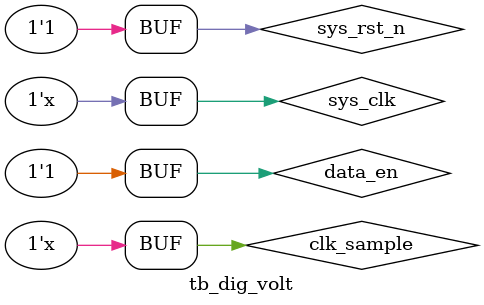
<source format=v>
`timescale  1ns/1ns

module  tb_dig_volt();
//wire  define
wire            ad_clk  ;
wire            shcp    ;
wire            stcp    ;
wire            ds      ;
wire            oe      ;

//reg   define
reg             sys_clk     ;
reg             clk_sample  ;
reg             sys_rst_n   ;
reg             data_en     ;
reg     [7:0]   ad_data_reg ;
reg     [7:0]   ad_data     ;

//sys_rst_n,sys_clk,ad_data
initial
    begin
        sys_clk     =   1'b1;
        clk_sample  =   1'b1;
        sys_rst_n   =   1'b0;
        #200;
        sys_rst_n   =   1'b1;
        data_en     =   1'b0;
        #499990;
        data_en     =   1'b1; 
    end

always #10 sys_clk = ~sys_clk;
always #40 clk_sample = ~clk_sample;

always@(posedge clk_sample or negedge sys_rst_n)
    if(sys_rst_n == 1'b0)
        ad_data_reg <=  8'd0;
    else    if(data_en == 1'b1)
        ad_data_reg <=  ad_data_reg + 1'b1;
    else
        ad_data_reg <=  8'd0;

always@(posedge clk_sample or negedge sys_rst_n)
    if(sys_rst_n == 1'b0)
        ad_data <=  8'd0;
    else    if(data_en == 1'b0)
        ad_data <=  8'd125;
    else    if(data_en == 1'b1)
        ad_data <=  ad_data_reg;
    else
        ad_data <=  ad_data;

//------------- dig_volt_inst -------------
dig_volt    dig_volt_inst
(
    .sys_clk     (sys_clk   ),
    .sys_rst_n   (sys_rst_n ),
    .ad_data     (ad_data   ),

    .ad_clk      (ad_clk    ),
    .shcp        (shcp      ),
    .stcp        (stcp      ),
    .ds          (ds        ),
    .oe          (oe        )
);

endmodule
</source>
